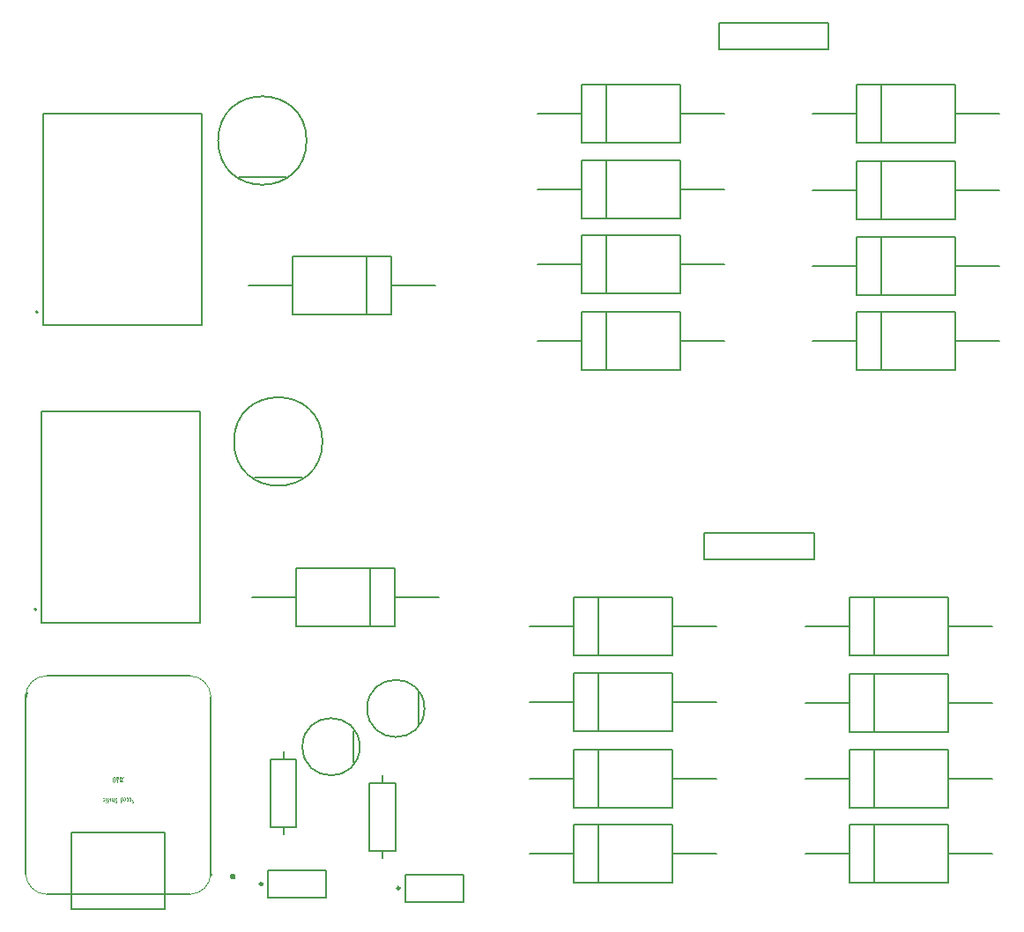
<source format=gbr>
G04*
G04 #@! TF.GenerationSoftware,Altium Limited,Altium Designer,24.1.2 (44)*
G04*
G04 Layer_Color=65535*
%FSLAX44Y44*%
%MOMM*%
G71*
G04*
G04 #@! TF.SameCoordinates,5DE3D9D9-2881-4E34-8FA9-09D51DE8E5B4*
G04*
G04*
G04 #@! TF.FilePolarity,Positive*
G04*
G01*
G75*
%ADD10C,0.2000*%
%ADD11C,0.1500*%
%ADD12C,0.2500*%
%ADD13C,0.1200*%
%ADD14C,0.0000*%
%ADD15C,0.1270*%
%ADD16C,0.2540*%
G36*
X516679Y285527D02*
X515839Y286089D01*
X515277Y286929D01*
X515080Y287920D01*
X515277Y288911D01*
X515839Y289751D01*
X516679Y290313D01*
X517670Y290510D01*
X518661Y290313D01*
X519501Y289751D01*
X520063Y288911D01*
X520260Y287920D01*
X520063Y286929D01*
X519501Y286089D01*
X518661Y285527D01*
X517670Y285330D01*
X516679Y285527D01*
D02*
G37*
G36*
X407411Y378188D02*
X406671D01*
X405627Y383763D01*
X406320D01*
X406524Y382533D01*
X407550D01*
X407772Y383763D01*
X408456D01*
X407411Y378188D01*
D02*
G37*
G36*
X412062Y380823D02*
X412894Y378225D01*
X412136D01*
X411646Y380074D01*
X411627Y380065D01*
X411128Y378225D01*
X410360D01*
X411211Y380823D01*
X410222Y383763D01*
X410989D01*
X411636Y381701D01*
X411646D01*
X412274Y383763D01*
X413032D01*
X412062Y380823D01*
D02*
G37*
G36*
X409695Y378225D02*
X408983D01*
Y383763D01*
X409695D01*
Y378225D01*
D02*
G37*
G36*
X403861Y383828D02*
X403907D01*
X403963Y383809D01*
X404027Y383800D01*
X404175Y383745D01*
X404258Y383698D01*
X404342Y383652D01*
X404434Y383587D01*
X404526Y383513D01*
X404619Y383430D01*
X404702Y383329D01*
X404785Y383208D01*
X404869Y383079D01*
Y383070D01*
X404887Y383042D01*
X404906Y382996D01*
X404933Y382940D01*
X404961Y382866D01*
X404998Y382765D01*
X405035Y382663D01*
X405072Y382533D01*
X405109Y382395D01*
X405146Y382238D01*
X405183Y382071D01*
X405211Y381877D01*
X405238Y381683D01*
X405257Y381470D01*
X405266Y381239D01*
X405275Y380999D01*
Y380980D01*
Y380943D01*
Y380878D01*
X405266Y380795D01*
Y380684D01*
X405257Y380564D01*
X405238Y380425D01*
X405229Y380277D01*
X405201Y380120D01*
X405183Y379954D01*
X405109Y379612D01*
X405017Y379270D01*
X404952Y379113D01*
X404887Y378955D01*
X404878Y378946D01*
X404869Y378918D01*
X404850Y378881D01*
X404813Y378826D01*
X404776Y378770D01*
X404730Y378696D01*
X404600Y378549D01*
X404453Y378401D01*
X404360Y378336D01*
X404258Y378280D01*
X404157Y378225D01*
X404046Y378188D01*
X403926Y378160D01*
X403796Y378151D01*
X403768D01*
X403731Y378160D01*
X403685D01*
X403630Y378179D01*
X403565Y378197D01*
X403491Y378216D01*
X403408Y378253D01*
X403325Y378290D01*
X403232Y378345D01*
X403149Y378410D01*
X403056Y378484D01*
X402964Y378576D01*
X402881Y378687D01*
X402798Y378807D01*
X402714Y378946D01*
X402705Y378955D01*
X402696Y378983D01*
X402677Y379029D01*
X402650Y379094D01*
X402622Y379168D01*
X402585Y379260D01*
X402548Y379371D01*
X402511Y379501D01*
X402474Y379640D01*
X402437Y379797D01*
X402400Y379963D01*
X402372Y380148D01*
X402345Y380342D01*
X402326Y380546D01*
X402308Y380767D01*
Y380999D01*
Y381017D01*
Y381054D01*
Y381128D01*
X402317Y381221D01*
Y381331D01*
X402326Y381461D01*
X402345Y381609D01*
X402363Y381766D01*
X402409Y382099D01*
X402483Y382441D01*
X402594Y382783D01*
X402659Y382940D01*
X402733Y383088D01*
X402742Y383097D01*
X402751Y383116D01*
X402779Y383153D01*
X402807Y383208D01*
X402899Y383329D01*
X403029Y383458D01*
X403177Y383597D01*
X403362Y383717D01*
X403463Y383763D01*
X403565Y383800D01*
X403676Y383828D01*
X403796Y383837D01*
X403824D01*
X403861Y383828D01*
D02*
G37*
G36*
X411424Y363823D02*
X411498Y363805D01*
X411599Y363768D01*
X411710Y363712D01*
X411840Y363620D01*
X411895Y363555D01*
X411960Y363490D01*
X412025Y363416D01*
X412080Y363324D01*
Y363315D01*
X412089Y363296D01*
X412108Y363268D01*
X412126Y363231D01*
X412145Y363176D01*
X412173Y363120D01*
X412200Y363046D01*
X412228Y362963D01*
X412256Y362871D01*
X412284Y362769D01*
X412311Y362658D01*
X412330Y362529D01*
X412367Y362261D01*
X412376Y361955D01*
Y361946D01*
Y361918D01*
Y361872D01*
X412367Y361808D01*
Y361734D01*
X412357Y361650D01*
X412348Y361558D01*
X412339Y361456D01*
X412302Y361234D01*
X412247Y360994D01*
X412182Y360763D01*
X412080Y360550D01*
Y360541D01*
X412062Y360522D01*
X412052Y360504D01*
X412025Y360467D01*
X411960Y360374D01*
X411877Y360273D01*
X411766Y360180D01*
X411627Y360088D01*
X411562Y360051D01*
X411479Y360032D01*
X411396Y360014D01*
X411313Y360005D01*
X411257D01*
X411193Y360023D01*
X411119Y360042D01*
X411026Y360079D01*
X410934Y360134D01*
X410832Y360208D01*
X410740Y360310D01*
Y358239D01*
X410092D01*
Y363777D01*
X410740D01*
Y363499D01*
X410758D01*
X410767Y363518D01*
X410795Y363555D01*
X410850Y363601D01*
X410915Y363666D01*
X411008Y363731D01*
X411109Y363777D01*
X411220Y363814D01*
X411350Y363832D01*
X411368D01*
X411424Y363823D01*
D02*
G37*
G36*
X398554D02*
X398628Y363805D01*
X398730Y363768D01*
X398840Y363712D01*
X398970Y363620D01*
X399025Y363555D01*
X399090Y363490D01*
X399155Y363416D01*
X399210Y363324D01*
Y363315D01*
X399220Y363296D01*
X399238Y363268D01*
X399257Y363231D01*
X399275Y363176D01*
X399303Y363120D01*
X399330Y363046D01*
X399358Y362963D01*
X399386Y362871D01*
X399414Y362769D01*
X399441Y362658D01*
X399460Y362529D01*
X399497Y362261D01*
X399506Y361955D01*
Y361946D01*
Y361918D01*
Y361872D01*
X399497Y361808D01*
Y361734D01*
X399488Y361650D01*
X399478Y361558D01*
X399469Y361456D01*
X399432Y361234D01*
X399377Y360994D01*
X399312Y360763D01*
X399210Y360550D01*
Y360541D01*
X399192Y360522D01*
X399183Y360504D01*
X399155Y360467D01*
X399090Y360374D01*
X399007Y360273D01*
X398896Y360180D01*
X398757Y360088D01*
X398693Y360051D01*
X398609Y360032D01*
X398526Y360014D01*
X398443Y360005D01*
X398387D01*
X398323Y360023D01*
X398249Y360042D01*
X398156Y360079D01*
X398064Y360134D01*
X397962Y360208D01*
X397870Y360310D01*
Y358239D01*
X397223D01*
Y363777D01*
X397870D01*
Y363499D01*
X397888D01*
X397897Y363518D01*
X397925Y363555D01*
X397981Y363601D01*
X398045Y363666D01*
X398138Y363731D01*
X398240Y363777D01*
X398350Y363814D01*
X398480Y363832D01*
X398498D01*
X398554Y363823D01*
D02*
G37*
G36*
X401605D02*
X401670Y363814D01*
X401753Y363795D01*
X401845Y363768D01*
X401947Y363712D01*
X402049Y363647D01*
X402141Y363555D01*
X402150Y363546D01*
X402178Y363499D01*
X402215Y363444D01*
X402252Y363352D01*
X402289Y363250D01*
X402326Y363111D01*
X402354Y362963D01*
X402363Y362788D01*
Y360106D01*
X401716D01*
Y362723D01*
Y362732D01*
Y362741D01*
X401707Y362806D01*
X401697Y362889D01*
X401670Y362982D01*
X401633Y363074D01*
X401568Y363157D01*
X401485Y363222D01*
X401429Y363231D01*
X401374Y363241D01*
X401337D01*
X401300Y363231D01*
X401254Y363222D01*
X401198Y363194D01*
X401143Y363167D01*
X401078Y363120D01*
X401022Y363065D01*
X401013Y363056D01*
X400995Y363037D01*
X400976Y363000D01*
X400939Y362963D01*
X400893Y362880D01*
X400874Y362843D01*
X400865Y362815D01*
Y360106D01*
X400218D01*
Y363777D01*
X400865D01*
Y363379D01*
X400884D01*
Y363389D01*
X400893Y363398D01*
X400930Y363453D01*
X400985Y363518D01*
X401059Y363601D01*
X401161Y363684D01*
X401272Y363758D01*
X401401Y363814D01*
X401466Y363823D01*
X401540Y363832D01*
X401559D01*
X401605Y363823D01*
D02*
G37*
G36*
X421945Y363842D02*
X422028Y363823D01*
X422139Y363795D01*
X422260Y363758D01*
X422380Y363712D01*
X422509Y363638D01*
Y362899D01*
X422491Y362908D01*
X422454Y362945D01*
X422389Y362991D01*
X422315Y363046D01*
X422223Y363111D01*
X422112Y363157D01*
X422001Y363194D01*
X421890Y363204D01*
X421853D01*
X421806Y363194D01*
X421760Y363185D01*
X421696Y363167D01*
X421640Y363139D01*
X421575Y363102D01*
X421511Y363056D01*
X421501Y363046D01*
X421483Y363028D01*
X421455Y362991D01*
X421427Y362945D01*
X421400Y362889D01*
X421372Y362825D01*
X421353Y362760D01*
X421344Y362677D01*
Y362667D01*
Y362640D01*
Y362603D01*
X421353Y362547D01*
X421363Y362482D01*
X421381Y362399D01*
X421409Y362307D01*
X421437Y362214D01*
Y362205D01*
X421455Y362159D01*
X421483Y362085D01*
X421529Y361983D01*
X421594Y361845D01*
X421640Y361761D01*
X421686Y361669D01*
X421733Y361567D01*
X421788Y361456D01*
X421853Y361336D01*
X421927Y361207D01*
Y361197D01*
X421945Y361170D01*
X421964Y361133D01*
X421991Y361086D01*
X422019Y361022D01*
X422056Y360957D01*
X422139Y360791D01*
X422223Y360615D01*
X422306Y360430D01*
X422380Y360264D01*
X422435Y360106D01*
Y360088D01*
X422454Y360042D01*
X422472Y359968D01*
X422491Y359884D01*
X422509Y359774D01*
X422528Y359663D01*
X422537Y359552D01*
X422546Y359441D01*
Y359431D01*
Y359413D01*
Y359385D01*
X422537Y359348D01*
X422528Y359247D01*
X422509Y359117D01*
X422472Y358969D01*
X422417Y358812D01*
X422333Y358664D01*
X422232Y358525D01*
X422213Y358507D01*
X422176Y358470D01*
X422102Y358414D01*
X422010Y358340D01*
X421899Y358276D01*
X421751Y358220D01*
X421594Y358183D01*
X421418Y358165D01*
X421372D01*
X421316Y358174D01*
X421242Y358183D01*
X421150Y358202D01*
X421048Y358229D01*
X420937Y358266D01*
X420817Y358313D01*
Y358978D01*
X420826Y358969D01*
X420863Y358951D01*
X420919Y358923D01*
X420993Y358895D01*
X421067Y358867D01*
X421159Y358840D01*
X421242Y358821D01*
X421326Y358812D01*
X421372D01*
X421409Y358821D01*
X421492Y358840D01*
X421594Y358877D01*
X421696Y358941D01*
X421742Y358988D01*
X421779Y359034D01*
X421816Y359099D01*
X421834Y359173D01*
X421853Y359256D01*
X421862Y359348D01*
Y359357D01*
Y359385D01*
X421853Y359422D01*
Y359478D01*
X421843Y359552D01*
X421825Y359626D01*
X421806Y359718D01*
X421779Y359820D01*
X421769Y359829D01*
X421760Y359875D01*
X421733Y359940D01*
X421686Y360042D01*
X421622Y360180D01*
X421585Y360264D01*
X421538Y360347D01*
X421483Y360448D01*
X421427Y360559D01*
X421363Y360680D01*
X421298Y360809D01*
X421289Y360818D01*
X421279Y360837D01*
X421261Y360874D01*
X421233Y360929D01*
X421206Y360985D01*
X421169Y361059D01*
X421085Y361216D01*
X420993Y361391D01*
X420910Y361576D01*
X420836Y361752D01*
X420780Y361909D01*
X420771Y361928D01*
X420762Y361974D01*
X420743Y362048D01*
X420715Y362131D01*
X420697Y362242D01*
X420679Y362353D01*
X420669Y362473D01*
X420660Y362584D01*
Y362593D01*
Y362612D01*
Y362640D01*
X420669Y362677D01*
X420679Y362778D01*
X420697Y362908D01*
X420743Y363056D01*
X420799Y363204D01*
X420873Y363361D01*
X420984Y363499D01*
X421002Y363518D01*
X421039Y363555D01*
X421113Y363610D01*
X421206Y363675D01*
X421326Y363740D01*
X421464Y363795D01*
X421622Y363832D01*
X421806Y363851D01*
X421871D01*
X421945Y363842D01*
D02*
G37*
G36*
X406117D02*
X406200Y363823D01*
X406311Y363795D01*
X406431Y363758D01*
X406551Y363712D01*
X406681Y363638D01*
Y362899D01*
X406662Y362908D01*
X406625Y362945D01*
X406561Y362991D01*
X406487Y363046D01*
X406394Y363111D01*
X406283Y363157D01*
X406172Y363194D01*
X406061Y363204D01*
X406024D01*
X405978Y363194D01*
X405932Y363185D01*
X405867Y363167D01*
X405812Y363139D01*
X405747Y363102D01*
X405682Y363056D01*
X405673Y363046D01*
X405654Y363028D01*
X405627Y362991D01*
X405599Y362945D01*
X405571Y362889D01*
X405544Y362825D01*
X405525Y362760D01*
X405516Y362677D01*
Y362667D01*
Y362640D01*
Y362603D01*
X405525Y362547D01*
X405534Y362482D01*
X405553Y362399D01*
X405580Y362307D01*
X405608Y362214D01*
Y362205D01*
X405627Y362159D01*
X405654Y362085D01*
X405701Y361983D01*
X405765Y361845D01*
X405812Y361761D01*
X405858Y361669D01*
X405904Y361567D01*
X405960Y361456D01*
X406024Y361336D01*
X406098Y361207D01*
Y361197D01*
X406117Y361170D01*
X406135Y361133D01*
X406163Y361086D01*
X406191Y361022D01*
X406228Y360957D01*
X406311Y360791D01*
X406394Y360615D01*
X406477Y360430D01*
X406551Y360264D01*
X406607Y360106D01*
Y360088D01*
X406625Y360042D01*
X406644Y359968D01*
X406662Y359884D01*
X406681Y359774D01*
X406699Y359663D01*
X406708Y359552D01*
X406718Y359441D01*
Y359431D01*
Y359413D01*
Y359385D01*
X406708Y359348D01*
X406699Y359247D01*
X406681Y359117D01*
X406644Y358969D01*
X406588Y358812D01*
X406505Y358664D01*
X406403Y358525D01*
X406385Y358507D01*
X406348Y358470D01*
X406274Y358414D01*
X406181Y358340D01*
X406071Y358276D01*
X405923Y358220D01*
X405765Y358183D01*
X405590Y358165D01*
X405544D01*
X405488Y358174D01*
X405414Y358183D01*
X405322Y358202D01*
X405220Y358229D01*
X405109Y358266D01*
X404989Y358313D01*
Y358978D01*
X404998Y358969D01*
X405035Y358951D01*
X405090Y358923D01*
X405164Y358895D01*
X405238Y358867D01*
X405331Y358840D01*
X405414Y358821D01*
X405497Y358812D01*
X405544D01*
X405580Y358821D01*
X405664Y358840D01*
X405765Y358877D01*
X405867Y358941D01*
X405913Y358988D01*
X405950Y359034D01*
X405987Y359099D01*
X406006Y359173D01*
X406024Y359256D01*
X406034Y359348D01*
Y359357D01*
Y359385D01*
X406024Y359422D01*
Y359478D01*
X406015Y359552D01*
X405997Y359626D01*
X405978Y359718D01*
X405950Y359820D01*
X405941Y359829D01*
X405932Y359875D01*
X405904Y359940D01*
X405858Y360042D01*
X405793Y360180D01*
X405756Y360264D01*
X405710Y360347D01*
X405654Y360448D01*
X405599Y360559D01*
X405534Y360680D01*
X405470Y360809D01*
X405460Y360818D01*
X405451Y360837D01*
X405433Y360874D01*
X405405Y360929D01*
X405377Y360985D01*
X405340Y361059D01*
X405257Y361216D01*
X405164Y361391D01*
X405081Y361576D01*
X405007Y361752D01*
X404952Y361909D01*
X404943Y361928D01*
X404933Y361974D01*
X404915Y362048D01*
X404887Y362131D01*
X404869Y362242D01*
X404850Y362353D01*
X404841Y362473D01*
X404832Y362584D01*
Y362593D01*
Y362612D01*
Y362640D01*
X404841Y362677D01*
X404850Y362778D01*
X404869Y362908D01*
X404915Y363056D01*
X404970Y363204D01*
X405044Y363361D01*
X405155Y363499D01*
X405174Y363518D01*
X405211Y363555D01*
X405285Y363610D01*
X405377Y363675D01*
X405497Y363740D01*
X405636Y363795D01*
X405793Y363832D01*
X405978Y363851D01*
X406043D01*
X406117Y363842D01*
D02*
G37*
G36*
X396427Y360106D02*
X395780D01*
Y363777D01*
X396427D01*
Y360106D01*
D02*
G37*
G36*
X419088Y363869D02*
X419190Y363851D01*
X419319Y363814D01*
X419458Y363758D01*
X419597Y363666D01*
X419671Y363610D01*
X419735Y363546D01*
X419800Y363462D01*
X419865Y363379D01*
Y363370D01*
X419874Y363352D01*
X419893Y363324D01*
X419911Y363287D01*
X419939Y363231D01*
X419957Y363176D01*
X419985Y363093D01*
X420013Y363009D01*
X420050Y362917D01*
X420078Y362806D01*
X420096Y362686D01*
X420124Y362556D01*
X420142Y362418D01*
X420161Y362270D01*
X420170Y362113D01*
Y361937D01*
Y361928D01*
Y361900D01*
Y361845D01*
Y361789D01*
X420161Y361706D01*
X420152Y361623D01*
Y361521D01*
X420133Y361419D01*
X420105Y361188D01*
X420059Y360948D01*
X419994Y360717D01*
X419948Y360615D01*
X419902Y360513D01*
Y360504D01*
X419893Y360495D01*
X419856Y360430D01*
X419791Y360356D01*
X419708Y360254D01*
X419597Y360162D01*
X419477Y360088D01*
X419319Y360023D01*
X419236Y360014D01*
X419153Y360005D01*
X419107D01*
X419061Y360014D01*
X418996Y360032D01*
X418922Y360069D01*
X418829Y360116D01*
X418737Y360180D01*
X418644Y360264D01*
X418552Y360374D01*
X418460Y360513D01*
X418376Y360680D01*
X418302Y360883D01*
X418265Y360994D01*
X418238Y361123D01*
X418210Y361253D01*
X418191Y361401D01*
X418173Y361549D01*
X418164Y361715D01*
X418154Y361900D01*
Y362085D01*
X419523D01*
Y362094D01*
Y362131D01*
Y362196D01*
X419514Y362270D01*
X419504Y362362D01*
X419486Y362455D01*
X419440Y362677D01*
X419403Y362788D01*
X419366Y362889D01*
X419310Y362991D01*
X419245Y363083D01*
X419171Y363157D01*
X419079Y363213D01*
X418977Y363259D01*
X418866Y363268D01*
X418848D01*
X418802Y363259D01*
X418737Y363250D01*
X418654Y363222D01*
X418552Y363185D01*
X418441Y363120D01*
X418339Y363037D01*
X418228Y362917D01*
Y363564D01*
X418247Y363573D01*
X418293Y363610D01*
X418358Y363666D01*
X418460Y363721D01*
X418571Y363777D01*
X418700Y363832D01*
X418839Y363869D01*
X418996Y363879D01*
X419051D01*
X419088Y363869D01*
D02*
G37*
G36*
X416490D02*
X416592Y363851D01*
X416721Y363814D01*
X416860Y363758D01*
X416999Y363666D01*
X417073Y363610D01*
X417137Y363546D01*
X417202Y363462D01*
X417267Y363379D01*
Y363370D01*
X417276Y363352D01*
X417295Y363324D01*
X417313Y363287D01*
X417341Y363231D01*
X417359Y363176D01*
X417387Y363093D01*
X417415Y363009D01*
X417452Y362917D01*
X417480Y362806D01*
X417498Y362686D01*
X417526Y362556D01*
X417544Y362418D01*
X417563Y362270D01*
X417572Y362113D01*
Y361937D01*
Y361928D01*
Y361900D01*
Y361845D01*
Y361789D01*
X417563Y361706D01*
X417553Y361623D01*
Y361521D01*
X417535Y361419D01*
X417507Y361188D01*
X417461Y360948D01*
X417396Y360717D01*
X417350Y360615D01*
X417304Y360513D01*
Y360504D01*
X417295Y360495D01*
X417258Y360430D01*
X417193Y360356D01*
X417110Y360254D01*
X416999Y360162D01*
X416879Y360088D01*
X416721Y360023D01*
X416638Y360014D01*
X416555Y360005D01*
X416509D01*
X416463Y360014D01*
X416398Y360032D01*
X416324Y360069D01*
X416231Y360116D01*
X416139Y360180D01*
X416046Y360264D01*
X415954Y360374D01*
X415862Y360513D01*
X415778Y360680D01*
X415704Y360883D01*
X415667Y360994D01*
X415640Y361123D01*
X415612Y361253D01*
X415593Y361401D01*
X415575Y361549D01*
X415566Y361715D01*
X415556Y361900D01*
Y362085D01*
X416925D01*
Y362094D01*
Y362131D01*
Y362196D01*
X416916Y362270D01*
X416906Y362362D01*
X416888Y362455D01*
X416842Y362677D01*
X416805Y362788D01*
X416768Y362889D01*
X416712Y362991D01*
X416647Y363083D01*
X416573Y363157D01*
X416481Y363213D01*
X416379Y363259D01*
X416268Y363268D01*
X416250D01*
X416204Y363259D01*
X416139Y363250D01*
X416056Y363222D01*
X415954Y363185D01*
X415843Y363120D01*
X415741Y363037D01*
X415630Y362917D01*
Y363564D01*
X415649Y363573D01*
X415695Y363610D01*
X415760Y363666D01*
X415862Y363721D01*
X415973Y363777D01*
X416102Y363832D01*
X416241Y363869D01*
X416398Y363879D01*
X416453D01*
X416490Y363869D01*
D02*
G37*
G36*
X413892D02*
X413994Y363851D01*
X414123Y363814D01*
X414262Y363758D01*
X414401Y363666D01*
X414475Y363610D01*
X414539Y363546D01*
X414604Y363462D01*
X414669Y363379D01*
Y363370D01*
X414678Y363352D01*
X414697Y363324D01*
X414715Y363287D01*
X414743Y363231D01*
X414761Y363176D01*
X414789Y363093D01*
X414817Y363009D01*
X414854Y362917D01*
X414882Y362806D01*
X414900Y362686D01*
X414928Y362556D01*
X414946Y362418D01*
X414965Y362270D01*
X414974Y362113D01*
Y361937D01*
Y361928D01*
Y361900D01*
Y361845D01*
Y361789D01*
X414965Y361706D01*
X414955Y361623D01*
Y361521D01*
X414937Y361419D01*
X414909Y361188D01*
X414863Y360948D01*
X414798Y360717D01*
X414752Y360615D01*
X414706Y360513D01*
Y360504D01*
X414697Y360495D01*
X414660Y360430D01*
X414595Y360356D01*
X414512Y360254D01*
X414401Y360162D01*
X414281Y360088D01*
X414123Y360023D01*
X414040Y360014D01*
X413957Y360005D01*
X413911D01*
X413865Y360014D01*
X413800Y360032D01*
X413726Y360069D01*
X413633Y360116D01*
X413541Y360180D01*
X413448Y360264D01*
X413356Y360374D01*
X413264Y360513D01*
X413180Y360680D01*
X413106Y360883D01*
X413069Y360994D01*
X413042Y361123D01*
X413014Y361253D01*
X412995Y361401D01*
X412977Y361549D01*
X412968Y361715D01*
X412958Y361900D01*
Y362085D01*
X414327D01*
Y362094D01*
Y362131D01*
Y362196D01*
X414318Y362270D01*
X414308Y362362D01*
X414290Y362455D01*
X414244Y362677D01*
X414207Y362788D01*
X414170Y362889D01*
X414114Y362991D01*
X414049Y363083D01*
X413975Y363157D01*
X413883Y363213D01*
X413781Y363259D01*
X413670Y363268D01*
X413652D01*
X413606Y363259D01*
X413541Y363250D01*
X413458Y363222D01*
X413356Y363185D01*
X413245Y363120D01*
X413143Y363037D01*
X413032Y362917D01*
Y363564D01*
X413051Y363573D01*
X413097Y363610D01*
X413162Y363666D01*
X413264Y363721D01*
X413374Y363777D01*
X413504Y363832D01*
X413643Y363869D01*
X413800Y363879D01*
X413855D01*
X413892Y363869D01*
D02*
G37*
G36*
X394042D02*
X394134Y363851D01*
X394255Y363814D01*
X394393Y363758D01*
X394532Y363666D01*
X394597Y363601D01*
X394671Y363536D01*
X394735Y363462D01*
X394791Y363370D01*
Y363361D01*
X394800Y363342D01*
X394819Y363315D01*
X394837Y363278D01*
X394865Y363222D01*
X394883Y363157D01*
X394911Y363083D01*
X394939Y363000D01*
X394976Y362899D01*
X395004Y362797D01*
X395022Y362677D01*
X395050Y362547D01*
X395068Y362418D01*
X395087Y362270D01*
X395096Y362113D01*
Y361946D01*
Y361937D01*
Y361909D01*
Y361863D01*
X395087Y361798D01*
Y361724D01*
X395078Y361632D01*
X395068Y361539D01*
X395059Y361428D01*
X395022Y361207D01*
X394967Y360966D01*
X394893Y360744D01*
X394791Y360532D01*
Y360522D01*
X394772Y360513D01*
X394763Y360485D01*
X394735Y360448D01*
X394661Y360365D01*
X394569Y360264D01*
X394449Y360171D01*
X394310Y360088D01*
X394227Y360051D01*
X394144Y360023D01*
X394051Y360014D01*
X393950Y360005D01*
X393894D01*
X393866Y360014D01*
X393765Y360032D01*
X393644Y360069D01*
X393515Y360134D01*
X393441Y360171D01*
X393376Y360227D01*
X393302Y360291D01*
X393238Y360356D01*
X393173Y360439D01*
X393108Y360532D01*
Y360541D01*
X393099Y360559D01*
X393080Y360587D01*
X393062Y360624D01*
X393034Y360680D01*
X393007Y360744D01*
X392979Y360818D01*
X392951Y360901D01*
X392923Y360994D01*
X392896Y361105D01*
X392868Y361225D01*
X392840Y361345D01*
X392822Y361484D01*
X392803Y361632D01*
X392794Y361780D01*
Y361946D01*
Y361955D01*
Y361983D01*
Y362029D01*
Y362094D01*
X392803Y362168D01*
X392812Y362261D01*
X392822Y362362D01*
X392831Y362464D01*
X392868Y362695D01*
X392923Y362926D01*
X393007Y363157D01*
X393108Y363370D01*
Y363379D01*
X393127Y363389D01*
X393164Y363453D01*
X393238Y363527D01*
X393330Y363620D01*
X393450Y363721D01*
X393598Y363795D01*
X393765Y363860D01*
X393857Y363869D01*
X393950Y363879D01*
X394005D01*
X394042Y363869D01*
D02*
G37*
G36*
X403454D02*
X403491D01*
X403602Y363832D01*
X403667Y363814D01*
X403722Y363777D01*
X403787Y363731D01*
X403852Y363675D01*
X403907Y363610D01*
X403963Y363536D01*
X403999Y363444D01*
X404036Y363333D01*
X404055Y363204D01*
X404064Y363065D01*
Y360670D01*
X404490D01*
Y360615D01*
X404480Y360606D01*
X404471Y360587D01*
X404443Y360559D01*
X404406Y360513D01*
X404369Y360458D01*
X404314Y360393D01*
X404258Y360310D01*
X404194Y360217D01*
X404120Y360125D01*
X404036Y360014D01*
X403953Y359894D01*
X403870Y359764D01*
X403685Y359478D01*
X403482Y359154D01*
X403417D01*
Y360106D01*
X402816D01*
Y360670D01*
X403417D01*
Y362778D01*
Y362788D01*
Y362825D01*
Y362871D01*
X403408Y362935D01*
X403399Y363065D01*
X403389Y363120D01*
X403371Y363167D01*
X403362Y363185D01*
X403325Y363213D01*
X403260Y363250D01*
X403223Y363259D01*
X403167Y363268D01*
X403140D01*
X403112Y363259D01*
X403075D01*
X403029Y363241D01*
X402964Y363222D01*
X402890Y363204D01*
X402816Y363167D01*
Y363740D01*
X402835Y363749D01*
X402872Y363758D01*
X402936Y363786D01*
X403010Y363805D01*
X403103Y363832D01*
X403195Y363860D01*
X403297Y363869D01*
X403389Y363879D01*
X403417D01*
X403454Y363869D01*
D02*
G37*
G36*
X396159Y358904D02*
X396196D01*
X396279Y358867D01*
X396326Y358849D01*
X396372Y358812D01*
Y358803D01*
X396390Y358793D01*
X396418Y358738D01*
X396455Y358655D01*
X396464Y358599D01*
X396474Y358544D01*
Y358535D01*
Y358516D01*
X396464Y358488D01*
Y358451D01*
X396427Y358368D01*
X396409Y358322D01*
X396372Y358276D01*
X396363Y358266D01*
X396353Y358257D01*
X396298Y358220D01*
X396215Y358183D01*
X396159Y358165D01*
X396076D01*
X396048Y358174D01*
X396011D01*
X395928Y358211D01*
X395882Y358239D01*
X395836Y358276D01*
X395826Y358285D01*
X395817Y358294D01*
X395780Y358350D01*
X395743Y358433D01*
X395725Y358488D01*
Y358544D01*
Y358553D01*
Y358572D01*
X395734Y358599D01*
Y358636D01*
X395771Y358720D01*
X395799Y358766D01*
X395836Y358812D01*
X395845D01*
X395854Y358830D01*
X395910Y358858D01*
X395993Y358895D01*
X396048Y358904D01*
X396104Y358914D01*
X396132D01*
X396159Y358904D01*
D02*
G37*
%LPC*%
G36*
X407448Y381868D02*
X406653D01*
X407041Y379556D01*
X407060D01*
X407448Y381868D01*
D02*
G37*
G36*
X403787Y383171D02*
X403768D01*
X403731Y383162D01*
X403667Y383144D01*
X403593Y383097D01*
X403509Y383033D01*
X403463Y382986D01*
X403426Y382931D01*
X403380Y382866D01*
X403334Y382783D01*
X403297Y382700D01*
X403260Y382598D01*
Y382589D01*
X403251Y382570D01*
X403241Y382543D01*
X403232Y382496D01*
X403214Y382432D01*
X403195Y382358D01*
X403177Y382275D01*
X403158Y382182D01*
X403140Y382071D01*
X403121Y381951D01*
X403103Y381821D01*
X403084Y381683D01*
X403075Y381526D01*
X403066Y381359D01*
X403056Y381184D01*
Y380999D01*
Y380989D01*
Y380952D01*
Y380897D01*
Y380823D01*
X403066Y380740D01*
Y380638D01*
X403075Y380527D01*
X403084Y380407D01*
X403103Y380148D01*
X403140Y379880D01*
X403195Y379621D01*
X403223Y379501D01*
X403260Y379390D01*
Y379381D01*
X403269Y379362D01*
X403278Y379334D01*
X403297Y379297D01*
X403343Y379205D01*
X403399Y379103D01*
X403482Y379002D01*
X403574Y378909D01*
X403620Y378872D01*
X403685Y378844D01*
X403741Y378826D01*
X403805Y378817D01*
X403824D01*
X403861Y378826D01*
X403926Y378844D01*
X403999Y378891D01*
X404092Y378955D01*
X404138Y379002D01*
X404175Y379066D01*
X404221Y379131D01*
X404268Y379205D01*
X404305Y379297D01*
X404342Y379399D01*
Y379408D01*
X404351Y379427D01*
X404360Y379464D01*
X404369Y379510D01*
X404388Y379566D01*
X404397Y379640D01*
X404416Y379723D01*
X404434Y379815D01*
X404453Y379926D01*
X404471Y380046D01*
X404480Y380176D01*
X404499Y380324D01*
X404508Y380472D01*
X404517Y380638D01*
X404526Y380814D01*
Y380999D01*
Y381008D01*
Y381045D01*
Y381100D01*
Y381174D01*
X404517Y381258D01*
Y381359D01*
X404508Y381470D01*
X404499Y381600D01*
X404480Y381858D01*
X404453Y382127D01*
X404406Y382385D01*
X404369Y382506D01*
X404342Y382617D01*
Y382626D01*
X404332Y382644D01*
X404323Y382672D01*
X404305Y382700D01*
X404258Y382792D01*
X404203Y382894D01*
X404120Y382996D01*
X404027Y383088D01*
X403972Y383116D01*
X403916Y383144D01*
X403852Y383162D01*
X403787Y383171D01*
D02*
G37*
G36*
X411202Y363185D02*
X411165D01*
X411137Y363176D01*
X411091Y363167D01*
X411035Y363148D01*
X410980Y363120D01*
X410924Y363083D01*
X410878Y363037D01*
X410869Y363028D01*
X410860Y363009D01*
X410804Y362954D01*
X410758Y362889D01*
X410749Y362862D01*
X410740Y362843D01*
Y360985D01*
X410749Y360966D01*
X410767Y360929D01*
X410795Y360864D01*
X410841Y360800D01*
X410897Y360735D01*
X410971Y360670D01*
X411063Y360633D01*
X411165Y360615D01*
X411174D01*
X411202Y360624D01*
X411248Y360633D01*
X411303Y360661D01*
X411368Y360698D01*
X411433Y360763D01*
X411507Y360855D01*
X411562Y360975D01*
X411572Y360994D01*
X411581Y361040D01*
X411609Y361123D01*
X411636Y361234D01*
X411664Y361373D01*
X411683Y361549D01*
X411701Y361743D01*
X411710Y361974D01*
Y361983D01*
Y362029D01*
Y362085D01*
X411701Y362159D01*
X411692Y362251D01*
X411683Y362353D01*
X411646Y362575D01*
X411590Y362806D01*
X411544Y362908D01*
X411498Y362991D01*
X411433Y363074D01*
X411368Y363130D01*
X411294Y363167D01*
X411202Y363185D01*
D02*
G37*
G36*
X398332D02*
X398295D01*
X398267Y363176D01*
X398221Y363167D01*
X398166Y363148D01*
X398110Y363120D01*
X398055Y363083D01*
X398008Y363037D01*
X397999Y363028D01*
X397990Y363009D01*
X397934Y362954D01*
X397888Y362889D01*
X397879Y362862D01*
X397870Y362843D01*
Y360985D01*
X397879Y360966D01*
X397897Y360929D01*
X397925Y360864D01*
X397971Y360800D01*
X398027Y360735D01*
X398101Y360670D01*
X398193Y360633D01*
X398295Y360615D01*
X398304D01*
X398332Y360624D01*
X398378Y360633D01*
X398434Y360661D01*
X398498Y360698D01*
X398563Y360763D01*
X398637Y360855D01*
X398693Y360975D01*
X398702Y360994D01*
X398711Y361040D01*
X398739Y361123D01*
X398767Y361234D01*
X398794Y361373D01*
X398813Y361549D01*
X398831Y361743D01*
X398840Y361974D01*
Y361983D01*
Y362029D01*
Y362085D01*
X398831Y362159D01*
X398822Y362251D01*
X398813Y362353D01*
X398776Y362575D01*
X398720Y362806D01*
X398674Y362908D01*
X398628Y362991D01*
X398563Y363074D01*
X398498Y363130D01*
X398424Y363167D01*
X398332Y363185D01*
D02*
G37*
G36*
X419532Y361595D02*
X418802D01*
Y361586D01*
Y361549D01*
Y361502D01*
X418811Y361438D01*
Y361354D01*
X418820Y361271D01*
X418848Y361077D01*
X418894Y360892D01*
X418922Y360809D01*
X418959Y360726D01*
X419005Y360661D01*
X419051Y360615D01*
X419116Y360578D01*
X419181Y360569D01*
X419199D01*
X419236Y360587D01*
X419292Y360624D01*
X419319Y360652D01*
X419356Y360698D01*
X419393Y360754D01*
X419421Y360818D01*
X419449Y360901D01*
X419477Y361003D01*
X419495Y361123D01*
X419514Y361253D01*
X419532Y361410D01*
Y361595D01*
D02*
G37*
G36*
X416934D02*
X416204D01*
Y361586D01*
Y361549D01*
Y361502D01*
X416213Y361438D01*
Y361354D01*
X416222Y361271D01*
X416250Y361077D01*
X416296Y360892D01*
X416324Y360809D01*
X416361Y360726D01*
X416407Y360661D01*
X416453Y360615D01*
X416518Y360578D01*
X416583Y360569D01*
X416601D01*
X416638Y360587D01*
X416694Y360624D01*
X416721Y360652D01*
X416758Y360698D01*
X416795Y360754D01*
X416823Y360818D01*
X416851Y360901D01*
X416879Y361003D01*
X416897Y361123D01*
X416916Y361253D01*
X416934Y361410D01*
Y361595D01*
D02*
G37*
G36*
X414336D02*
X413606D01*
Y361586D01*
Y361549D01*
Y361502D01*
X413615Y361438D01*
Y361354D01*
X413624Y361271D01*
X413652Y361077D01*
X413698Y360892D01*
X413726Y360809D01*
X413763Y360726D01*
X413809Y360661D01*
X413855Y360615D01*
X413920Y360578D01*
X413985Y360569D01*
X414003D01*
X414040Y360587D01*
X414096Y360624D01*
X414123Y360652D01*
X414160Y360698D01*
X414197Y360754D01*
X414225Y360818D01*
X414253Y360901D01*
X414281Y361003D01*
X414299Y361123D01*
X414318Y361253D01*
X414336Y361410D01*
Y361595D01*
D02*
G37*
G36*
X393940Y363268D02*
X393922D01*
X393866Y363250D01*
X393829Y363231D01*
X393792Y363194D01*
X393746Y363157D01*
X393700Y363102D01*
X393654Y363037D01*
X393607Y362945D01*
X393571Y362843D01*
X393534Y362714D01*
X393506Y362556D01*
X393478Y362381D01*
X393469Y362177D01*
X393460Y361946D01*
Y361928D01*
Y361891D01*
Y361826D01*
X393469Y361734D01*
X393478Y361641D01*
X393487Y361521D01*
X393524Y361281D01*
X393580Y361040D01*
X393626Y360920D01*
X393672Y360818D01*
X393728Y360735D01*
X393792Y360670D01*
X393866Y360633D01*
X393959Y360615D01*
X393977D01*
X394033Y360633D01*
X394070Y360652D01*
X394107Y360689D01*
X394153Y360726D01*
X394190Y360781D01*
X394236Y360855D01*
X394282Y360938D01*
X394319Y361049D01*
X394356Y361179D01*
X394384Y361327D01*
X394412Y361502D01*
X394421Y361715D01*
X394430Y361946D01*
Y361965D01*
Y362002D01*
Y362066D01*
X394421Y362150D01*
X394412Y362251D01*
X394403Y362362D01*
X394366Y362603D01*
X394310Y362852D01*
X394273Y362963D01*
X394227Y363065D01*
X394171Y363148D01*
X394098Y363213D01*
X394024Y363250D01*
X393940Y363268D01*
D02*
G37*
%LPD*%
D10*
X329110Y544830D02*
G03*
X329110Y544830I-1000J0D01*
G01*
X330380Y830580D02*
G03*
X330380Y830580I-1000J0D01*
G01*
X696120Y434580D02*
Y464580D01*
X683300Y290060D02*
X739100D01*
Y263660D02*
Y290060D01*
X683300Y263660D02*
X739100D01*
X683300D02*
Y290060D01*
X661670Y377940D02*
Y385190D01*
Y305690D02*
Y312940D01*
X649170D02*
X674170D01*
Y377940D01*
X649170D02*
X674170D01*
X649170Y312940D02*
Y377940D01*
X578610Y528260D02*
X673610D01*
X578610D02*
Y584260D01*
X673610D01*
Y528260D02*
Y584260D01*
Y556260D02*
X715810D01*
X536410D02*
X578610D01*
X649860Y528960D02*
Y583560D01*
X633890Y397750D02*
Y427750D01*
X553920Y335800D02*
Y400800D01*
X578920D01*
Y335800D02*
Y400800D01*
X553920Y335800D02*
X578920D01*
X566420Y328550D02*
Y335800D01*
Y400800D02*
Y408050D01*
X551220Y267470D02*
Y293870D01*
Y267470D02*
X607020D01*
Y293870D01*
X551220D02*
X607020D01*
X1140430Y775340D02*
Y829940D01*
X1211680Y802640D02*
X1253880D01*
X1074480D02*
X1116680D01*
Y774640D02*
Y830640D01*
Y774640D02*
X1211680D01*
Y830640D01*
X1116680D02*
X1211680D01*
X1140430Y847730D02*
Y902330D01*
X1211680Y875030D02*
X1253880D01*
X1074480D02*
X1116680D01*
Y847030D02*
Y903030D01*
Y847030D02*
X1211680D01*
Y903030D01*
X1116680D02*
X1211680D01*
X1140430Y920120D02*
Y974720D01*
X1211680Y947420D02*
X1253880D01*
X1074480D02*
X1116680D01*
Y919420D02*
Y975420D01*
Y919420D02*
X1211680D01*
Y975420D01*
X1116680D02*
X1211680D01*
X876680Y775340D02*
Y829940D01*
X947930Y802640D02*
X990130D01*
X810730D02*
X852930D01*
Y774640D02*
Y830640D01*
Y774640D02*
X947930D01*
Y830640D01*
X852930D02*
X947930D01*
X876680Y849000D02*
Y903600D01*
X947930Y876300D02*
X990130D01*
X810730D02*
X852930D01*
Y848300D02*
Y904300D01*
Y848300D02*
X947930D01*
Y904300D01*
X852930D02*
X947930D01*
X876680Y921390D02*
Y975990D01*
X947930Y948690D02*
X990130D01*
X810730D02*
X852930D01*
Y920690D02*
Y976690D01*
Y920690D02*
X947930D01*
Y976690D01*
X852930D02*
X947930D01*
X1134080Y282580D02*
Y337180D01*
X1205330Y309880D02*
X1247530D01*
X1068130D02*
X1110330D01*
Y281880D02*
Y337880D01*
Y281880D02*
X1205330D01*
Y337880D01*
X1110330D02*
X1205330D01*
X1134080Y354970D02*
Y409570D01*
X1205330Y382270D02*
X1247530D01*
X1068130D02*
X1110330D01*
Y354270D02*
Y410270D01*
Y354270D02*
X1205330D01*
Y410270D01*
X1110330D02*
X1205330D01*
X1134080Y427360D02*
Y481960D01*
X1205330Y454660D02*
X1247530D01*
X1068130D02*
X1110330D01*
Y426660D02*
Y482660D01*
Y426660D02*
X1205330D01*
Y482660D01*
X1110330D02*
X1205330D01*
X1134080Y501020D02*
Y555620D01*
X1205330Y528320D02*
X1247530D01*
X1068130D02*
X1110330D01*
Y500320D02*
Y556320D01*
Y500320D02*
X1205330D01*
Y556320D01*
X1110330D02*
X1205330D01*
X869060Y282580D02*
Y337180D01*
X940310Y309880D02*
X982510D01*
X803110D02*
X845310D01*
Y281880D02*
Y337880D01*
Y281880D02*
X940310D01*
Y337880D01*
X845310D02*
X940310D01*
X869060Y354970D02*
Y409570D01*
X940310Y382270D02*
X982510D01*
X803110D02*
X845310D01*
Y354270D02*
Y410270D01*
Y354270D02*
X940310D01*
Y410270D01*
X845310D02*
X940310D01*
X869060Y428630D02*
Y483230D01*
X940310Y455930D02*
X982510D01*
X803110D02*
X845310D01*
Y427930D02*
Y483930D01*
Y427930D02*
X940310D01*
Y483930D01*
X845310D02*
X940310D01*
X845310Y556320D02*
X940310D01*
Y500320D02*
Y556320D01*
X845310Y500320D02*
X940310D01*
X845310D02*
Y556320D01*
X803110Y528320D02*
X845310D01*
X940310D02*
X982510D01*
X869060Y501020D02*
Y555620D01*
X984890Y1083310D02*
X1090290D01*
Y1108710D01*
X984890D02*
X1090290D01*
X984890Y1083310D02*
Y1108710D01*
X523100Y960650D02*
X569100D01*
X646050Y828680D02*
Y883280D01*
X532600Y855980D02*
X574800D01*
X669800D02*
X712000D01*
X669800Y827980D02*
Y883980D01*
X574800D02*
X669800D01*
X574800Y827980D02*
Y883980D01*
Y827980D02*
X669800D01*
X538340Y671370D02*
X584340D01*
X970920Y618490D02*
X1076320D01*
X970920Y593090D02*
Y618490D01*
Y593090D02*
X1076320D01*
Y618490D01*
X1140430Y993780D02*
Y1048380D01*
X1211680Y1021080D02*
X1253880D01*
X1074480D02*
X1116680D01*
Y993080D02*
Y1049080D01*
Y993080D02*
X1211680D01*
Y1049080D01*
X1116680D02*
X1211680D01*
X876680Y993780D02*
Y1048380D01*
X947930Y1021080D02*
X990130D01*
X810730D02*
X852930D01*
Y993080D02*
Y1049080D01*
Y993080D02*
X947930D01*
Y1049080D01*
X852930D02*
X947930D01*
D11*
X701870Y449580D02*
G03*
X701870Y449580I-27500J0D01*
G01*
X639640Y412750D02*
G03*
X639640Y412750I-27500J0D01*
G01*
X588600Y995400D02*
G03*
X588600Y995400I-42500J0D01*
G01*
X603840Y706120D02*
G03*
X603840Y706120I-42500J0D01*
G01*
D12*
X678200Y276860D02*
G03*
X678200Y276860I-1250J0D01*
G01*
X546120Y280670D02*
G03*
X546120Y280670I-1250J0D01*
G01*
D13*
X338670Y480920D02*
G03*
X318670Y460920I-0J-20000D01*
G01*
X318670Y290920D02*
G03*
X338670Y270920I20446J446D01*
G01*
X496670Y460920D02*
G03*
X476670Y480920I-20449J-449D01*
G01*
Y270920D02*
G03*
X496670Y290920I-446J20446D01*
G01*
D14*
X520210Y287920D02*
G03*
X520210Y287920I-2540J0D01*
G01*
D15*
X334010Y735330D02*
X486410D01*
X334010Y532130D02*
Y735330D01*
Y532130D02*
X486410D01*
Y735330D01*
X335280Y1021080D02*
X487680D01*
X335280Y817880D02*
Y1021080D01*
Y817880D02*
X487680D01*
Y1021080D01*
X318670Y290920D02*
Y460920D01*
X362670Y330213D02*
X452670D01*
X362670Y256680D02*
Y330213D01*
X496670Y290920D02*
Y460920D01*
X362670Y256680D02*
X452670D01*
X338670Y270929D02*
X476670D01*
X452670Y256680D02*
Y330213D01*
X338670Y480920D02*
X476670D01*
D16*
X318775Y461136D02*
X318793Y461628D01*
X318823Y462116D01*
X318864Y462606D01*
X318917Y463094D01*
X318983Y463582D01*
X319060Y464067D01*
X319149Y464549D01*
X319247Y465030D01*
X496517Y289815D02*
X496547Y290303D01*
X496476Y289325D02*
X496517Y289815D01*
M02*

</source>
